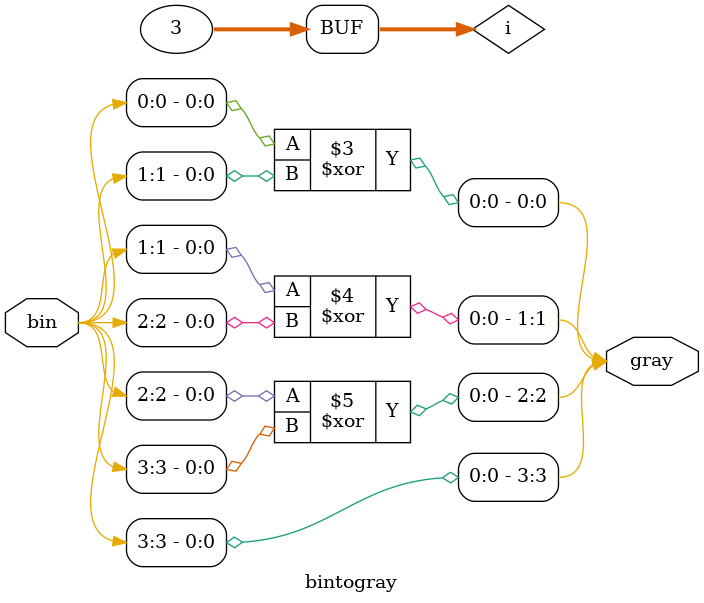
<source format=v>
module bintogray(bin,gray);
input[N-1:0] bin;
output reg[3:0] gray;
parameter N=4;
integer i;
always @ (bin) begin
gray[N-1]=bin[N-1];
for(i=0;i<N-1;i=i+1)begin
gray[i]=bin[i]^bin[i+1];
end
end
endmodule








</source>
